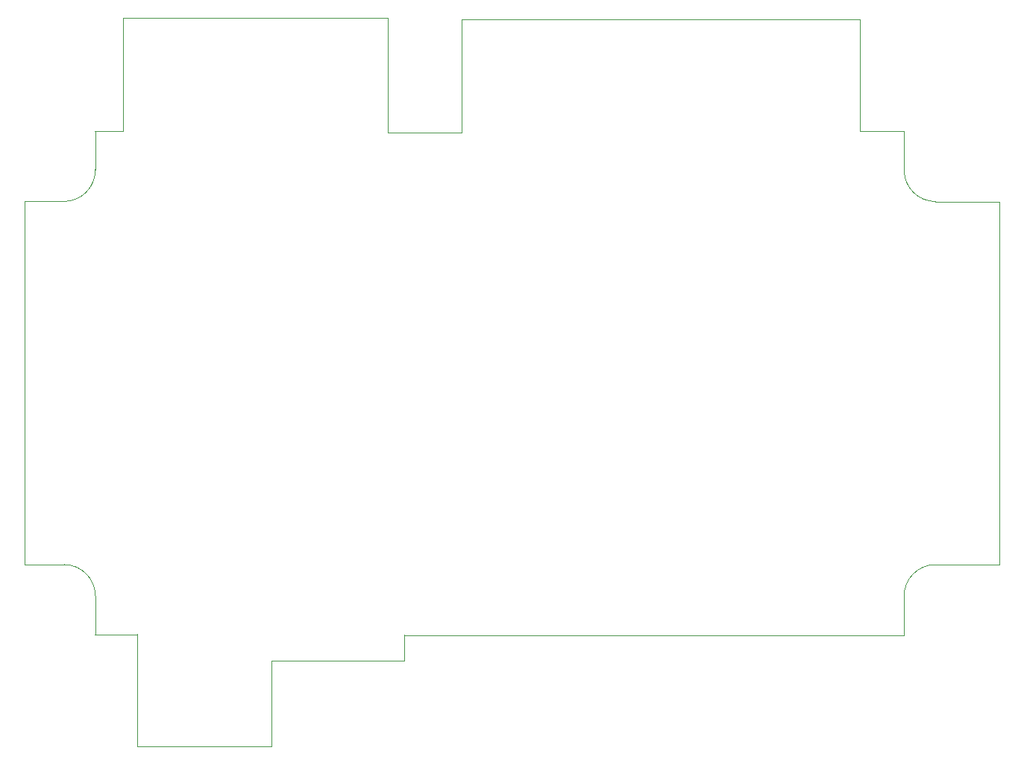
<source format=gbr>
G04 (created by PCBNEW (2013-07-07 BZR 4022)-stable) date 4/21/2018 10:45:42 AM*
%MOIN*%
G04 Gerber Fmt 3.4, Leading zero omitted, Abs format*
%FSLAX34Y34*%
G01*
G70*
G90*
G04 APERTURE LIST*
%ADD10C,0.00590551*%
%ADD11C,0.00393701*%
G04 APERTURE END LIST*
G54D10*
G54D11*
X46730Y-46340D02*
X46730Y-45170D01*
X40810Y-46340D02*
X46730Y-46340D01*
X40810Y-50160D02*
X40810Y-46340D01*
X67086Y-22618D02*
X69035Y-22618D01*
X67086Y-17618D02*
X67086Y-22618D01*
X49311Y-17618D02*
X67086Y-17618D01*
X49311Y-22696D02*
X49311Y-17618D01*
X45984Y-22696D02*
X49311Y-22696D01*
X45984Y-17578D02*
X45984Y-22696D01*
X34173Y-17578D02*
X45984Y-17578D01*
X34173Y-22637D02*
X34173Y-17578D01*
X32913Y-22637D02*
X34173Y-22637D01*
X34803Y-50157D02*
X34803Y-45137D01*
X40807Y-50157D02*
X34803Y-50157D01*
X34800Y-45150D02*
X32900Y-45150D01*
X73340Y-42030D02*
X72210Y-42030D01*
X73340Y-25780D02*
X73340Y-42030D01*
X72210Y-25780D02*
X73340Y-25780D01*
X69075Y-22629D02*
X69075Y-24354D01*
X70475Y-25779D02*
X72225Y-25779D01*
X72225Y-42029D02*
X70475Y-42029D01*
X69075Y-43454D02*
X69075Y-45179D01*
X69075Y-24379D02*
G75*
G03X70475Y-25779I1400J0D01*
G74*
G01*
X70450Y-42029D02*
G75*
G03X69075Y-43453I24J-1400D01*
G74*
G01*
X72225Y-42029D02*
X70425Y-42029D01*
X69075Y-22654D02*
X69075Y-24379D01*
X49200Y-22700D02*
X46100Y-22700D01*
X69070Y-45180D02*
X46720Y-45180D01*
X32925Y-45150D02*
X32925Y-43425D01*
X29775Y-25775D02*
X31575Y-25775D01*
X31549Y-25775D02*
G75*
G03X32925Y-24350I-24J1400D01*
G74*
G01*
X32925Y-43425D02*
G75*
G03X31525Y-42025I-1400J0D01*
G74*
G01*
X67125Y-22625D02*
X69075Y-22625D01*
X32925Y-24350D02*
X32925Y-22625D01*
X29775Y-25775D02*
X31525Y-25775D01*
X29775Y-42025D02*
X29775Y-25775D01*
X31525Y-42025D02*
X29775Y-42025D01*
X32925Y-45175D02*
X32925Y-43450D01*
M02*

</source>
